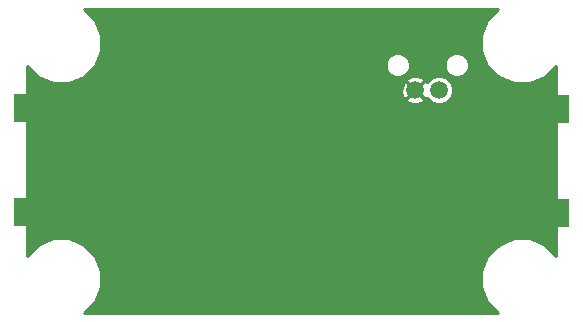
<source format=gbl>
G04 #@! TF.FileFunction,Copper,L2,Bot,Signal*
%FSLAX46Y46*%
G04 Gerber Fmt 4.6, Leading zero omitted, Abs format (unit mm)*
G04 Created by KiCad (PCBNEW 0.201505031001+5637~23~ubuntu14.04.1-product) date Sun 24 May 2015 16:44:14 BST*
%MOMM*%
G01*
G04 APERTURE LIST*
%ADD10C,0.100000*%
%ADD11C,1.500000*%
%ADD12R,5.080000X2.413000*%
%ADD13C,0.300000*%
%ADD14R,1.800000X3.500000*%
%ADD15R,0.900000X1.900000*%
%ADD16C,0.800000*%
%ADD17C,0.500000*%
%ADD18C,0.250000*%
G04 APERTURE END LIST*
D10*
D11*
X149000000Y-81000000D03*
X151000000Y-81000000D03*
D12*
X159460000Y-82628500D03*
X159460000Y-91391500D03*
X117550000Y-91331500D03*
X117550000Y-82568500D03*
D13*
X139000000Y-86700000D03*
X139000000Y-87300000D03*
X139000000Y-86100000D03*
X139000000Y-85500000D03*
X139000000Y-84900000D03*
X139000000Y-84300000D03*
X139000000Y-83700000D03*
X139000000Y-83100000D03*
X139000000Y-82500000D03*
X139500000Y-85500000D03*
X139500000Y-84900000D03*
X139500000Y-84300000D03*
X139500000Y-83700000D03*
X139500000Y-83100000D03*
X138500000Y-83100000D03*
X138500000Y-83700000D03*
X138500000Y-84300000D03*
X138500000Y-84900000D03*
X138500000Y-85500000D03*
X138500000Y-82500000D03*
X139500000Y-82500000D03*
D14*
X139000000Y-84000000D03*
D15*
X139000000Y-86700000D03*
D16*
X140500000Y-83000000D03*
X137500000Y-83000000D03*
X138500000Y-82000000D03*
X155000000Y-82500000D03*
X145000000Y-82500000D03*
X137500000Y-84000000D03*
X140500000Y-84000000D03*
X137500000Y-82000000D03*
X140500000Y-82000000D03*
X139500000Y-82000000D03*
X137500000Y-85000000D03*
X140500000Y-85000000D03*
X118000000Y-90000000D03*
X120000000Y-90000000D03*
X122000000Y-90000000D03*
X124000000Y-90000000D03*
X126000000Y-90000000D03*
X128000000Y-90000000D03*
X130000000Y-90000000D03*
X132000000Y-90000000D03*
X134000000Y-90000000D03*
X136000000Y-90000000D03*
X138000000Y-90000000D03*
X140000000Y-90000000D03*
X142000000Y-90000000D03*
X144000000Y-90000000D03*
X146000000Y-90000000D03*
X148000000Y-90000000D03*
X150000000Y-90000000D03*
X152000000Y-90000000D03*
X154000000Y-90000000D03*
X156000000Y-90000000D03*
X158000000Y-90000000D03*
X160000000Y-90000000D03*
X136000000Y-84000000D03*
X134000000Y-84000000D03*
X132000000Y-84000000D03*
X130000000Y-84000000D03*
X128000000Y-84000000D03*
X126000000Y-84000000D03*
X124000000Y-84000000D03*
X122000000Y-84000000D03*
X120000000Y-84000000D03*
X118000000Y-84000000D03*
X144000000Y-84000000D03*
X146000000Y-84000000D03*
X148000000Y-84000000D03*
X150000000Y-84000000D03*
X152000000Y-84000000D03*
X154000000Y-84000000D03*
X156000000Y-84000000D03*
X158000000Y-84000000D03*
X160000000Y-84000000D03*
X122500000Y-82500000D03*
X127500000Y-82500000D03*
X132500000Y-82500000D03*
X132500000Y-77500000D03*
X127500000Y-77500000D03*
X122500000Y-92500000D03*
X127500000Y-92500000D03*
X132500000Y-92500000D03*
X137500000Y-92500000D03*
X142500000Y-92500000D03*
X147500000Y-92500000D03*
X152500000Y-92500000D03*
X127500000Y-97500000D03*
X132500000Y-97500000D03*
X137500000Y-97500000D03*
X142500000Y-97500000D03*
X147500000Y-97500000D03*
X152500000Y-97500000D03*
X137500000Y-77500000D03*
X154000000Y-77500000D03*
D17*
X118000000Y-90000000D02*
X120000000Y-90000000D01*
X122000000Y-90000000D02*
X124000000Y-90000000D01*
X126000000Y-90000000D02*
X128000000Y-90000000D01*
X130000000Y-90000000D02*
X132000000Y-90000000D01*
X134000000Y-90000000D02*
X136000000Y-90000000D01*
X138000000Y-90000000D02*
X140000000Y-90000000D01*
X142000000Y-90000000D02*
X144000000Y-90000000D01*
X146000000Y-90000000D02*
X148000000Y-90000000D01*
X150000000Y-90000000D02*
X152000000Y-90000000D01*
X154000000Y-90000000D02*
X156000000Y-90000000D01*
X158000000Y-90000000D02*
X160000000Y-90000000D01*
X134000000Y-84000000D02*
X136000000Y-84000000D01*
X130000000Y-84000000D02*
X132000000Y-84000000D01*
X126000000Y-84000000D02*
X128000000Y-84000000D01*
X122000000Y-84000000D02*
X124000000Y-84000000D01*
X118000000Y-84000000D02*
X120000000Y-84000000D01*
X148000000Y-84000000D02*
X146000000Y-84000000D01*
X152000000Y-84000000D02*
X150000000Y-84000000D01*
X156000000Y-84000000D02*
X154000000Y-84000000D01*
X160000000Y-84000000D02*
X158000000Y-84000000D01*
X122500000Y-82500000D02*
X127500000Y-82500000D01*
X132500000Y-82500000D02*
X132500000Y-77500000D01*
X122500000Y-92500000D02*
X127500000Y-92500000D01*
X132500000Y-92500000D02*
X137500000Y-92500000D01*
X142500000Y-92500000D02*
X147500000Y-92500000D01*
X152500000Y-92500000D02*
X153608500Y-91391500D01*
X153608500Y-91391500D02*
X159460000Y-91391500D01*
X127500000Y-97500000D02*
X132500000Y-97500000D01*
X137500000Y-97500000D02*
X142500000Y-97500000D01*
X147500000Y-97500000D02*
X152500000Y-97500000D01*
D18*
G36*
X160875000Y-95032108D02*
X159942640Y-94098119D01*
X158684264Y-93575596D01*
X157321714Y-93574407D01*
X156062428Y-94094733D01*
X155098119Y-95057360D01*
X154575596Y-96315736D01*
X154574407Y-97678286D01*
X155094733Y-98937572D01*
X156030525Y-99875000D01*
X153525178Y-99875000D01*
X153525178Y-78697009D01*
X153369459Y-78320143D01*
X153081374Y-78031554D01*
X152704780Y-77875178D01*
X152297009Y-77874822D01*
X151920143Y-78030541D01*
X151631554Y-78318626D01*
X151475178Y-78695220D01*
X151474822Y-79102991D01*
X151630541Y-79479857D01*
X151918626Y-79768446D01*
X152295220Y-79924822D01*
X152702991Y-79925178D01*
X153079857Y-79769459D01*
X153368446Y-79481374D01*
X153524822Y-79104780D01*
X153525178Y-78697009D01*
X153525178Y-99875000D01*
X152175204Y-99875000D01*
X152175204Y-80767303D01*
X151996698Y-80335285D01*
X151666453Y-80004464D01*
X151234747Y-79825204D01*
X150767303Y-79824796D01*
X150335285Y-80003302D01*
X150004464Y-80333547D01*
X150000948Y-80342012D01*
X149983702Y-80316200D01*
X149789473Y-80245882D01*
X149754118Y-80281237D01*
X149754118Y-80210527D01*
X149683800Y-80016298D01*
X149255302Y-79829499D01*
X148787937Y-79820898D01*
X148525178Y-79924114D01*
X148525178Y-78697009D01*
X148369459Y-78320143D01*
X148081374Y-78031554D01*
X147704780Y-77875178D01*
X147297009Y-77874822D01*
X146920143Y-78030541D01*
X146631554Y-78318626D01*
X146475178Y-78695220D01*
X146474822Y-79102991D01*
X146630541Y-79479857D01*
X146918626Y-79768446D01*
X147295220Y-79924822D01*
X147702991Y-79925178D01*
X148079857Y-79769459D01*
X148368446Y-79481374D01*
X148524822Y-79104780D01*
X148525178Y-78697009D01*
X148525178Y-79924114D01*
X148352857Y-79991805D01*
X148316200Y-80016298D01*
X148245882Y-80210527D01*
X149000000Y-80964645D01*
X149754118Y-80210527D01*
X149754118Y-80281237D01*
X149035355Y-81000000D01*
X149789473Y-81754118D01*
X149983702Y-81683800D01*
X149997813Y-81651430D01*
X150003302Y-81664715D01*
X150333547Y-81995536D01*
X150765253Y-82174796D01*
X151232697Y-82175204D01*
X151664715Y-81996698D01*
X151995536Y-81666453D01*
X152174796Y-81234747D01*
X152175204Y-80767303D01*
X152175204Y-99875000D01*
X149754118Y-99875000D01*
X149754118Y-81789473D01*
X149000000Y-81035355D01*
X148964645Y-81070710D01*
X148964645Y-81000000D01*
X148210527Y-80245882D01*
X148016298Y-80316200D01*
X147829499Y-80744698D01*
X147820898Y-81212063D01*
X147991805Y-81647143D01*
X148016298Y-81683800D01*
X148210527Y-81754118D01*
X148964645Y-81000000D01*
X148964645Y-81070710D01*
X148245882Y-81789473D01*
X148316200Y-81983702D01*
X148744698Y-82170501D01*
X149212063Y-82179102D01*
X149647143Y-82008195D01*
X149683800Y-81983702D01*
X149754118Y-81789473D01*
X149754118Y-99875000D01*
X120967891Y-99875000D01*
X121901881Y-98942640D01*
X122424404Y-97684264D01*
X122425593Y-96321714D01*
X121905267Y-95062428D01*
X120942640Y-94098119D01*
X119684264Y-93575596D01*
X118321714Y-93574407D01*
X117062428Y-94094733D01*
X116125000Y-95030525D01*
X116125000Y-78967891D01*
X117057360Y-79901881D01*
X118315736Y-80424404D01*
X119678286Y-80425593D01*
X120937572Y-79905267D01*
X121901881Y-78942640D01*
X122424404Y-77684264D01*
X122425593Y-76321714D01*
X121905267Y-75062428D01*
X120969474Y-74125000D01*
X156032108Y-74125000D01*
X155098119Y-75057360D01*
X154575596Y-76315736D01*
X154574407Y-77678286D01*
X155094733Y-78937572D01*
X156057360Y-79901881D01*
X157315736Y-80424404D01*
X158678286Y-80425593D01*
X159937572Y-79905267D01*
X160875000Y-78969474D01*
X160875000Y-95032108D01*
X160875000Y-95032108D01*
G37*
X160875000Y-95032108D02*
X159942640Y-94098119D01*
X158684264Y-93575596D01*
X157321714Y-93574407D01*
X156062428Y-94094733D01*
X155098119Y-95057360D01*
X154575596Y-96315736D01*
X154574407Y-97678286D01*
X155094733Y-98937572D01*
X156030525Y-99875000D01*
X153525178Y-99875000D01*
X153525178Y-78697009D01*
X153369459Y-78320143D01*
X153081374Y-78031554D01*
X152704780Y-77875178D01*
X152297009Y-77874822D01*
X151920143Y-78030541D01*
X151631554Y-78318626D01*
X151475178Y-78695220D01*
X151474822Y-79102991D01*
X151630541Y-79479857D01*
X151918626Y-79768446D01*
X152295220Y-79924822D01*
X152702991Y-79925178D01*
X153079857Y-79769459D01*
X153368446Y-79481374D01*
X153524822Y-79104780D01*
X153525178Y-78697009D01*
X153525178Y-99875000D01*
X152175204Y-99875000D01*
X152175204Y-80767303D01*
X151996698Y-80335285D01*
X151666453Y-80004464D01*
X151234747Y-79825204D01*
X150767303Y-79824796D01*
X150335285Y-80003302D01*
X150004464Y-80333547D01*
X150000948Y-80342012D01*
X149983702Y-80316200D01*
X149789473Y-80245882D01*
X149754118Y-80281237D01*
X149754118Y-80210527D01*
X149683800Y-80016298D01*
X149255302Y-79829499D01*
X148787937Y-79820898D01*
X148525178Y-79924114D01*
X148525178Y-78697009D01*
X148369459Y-78320143D01*
X148081374Y-78031554D01*
X147704780Y-77875178D01*
X147297009Y-77874822D01*
X146920143Y-78030541D01*
X146631554Y-78318626D01*
X146475178Y-78695220D01*
X146474822Y-79102991D01*
X146630541Y-79479857D01*
X146918626Y-79768446D01*
X147295220Y-79924822D01*
X147702991Y-79925178D01*
X148079857Y-79769459D01*
X148368446Y-79481374D01*
X148524822Y-79104780D01*
X148525178Y-78697009D01*
X148525178Y-79924114D01*
X148352857Y-79991805D01*
X148316200Y-80016298D01*
X148245882Y-80210527D01*
X149000000Y-80964645D01*
X149754118Y-80210527D01*
X149754118Y-80281237D01*
X149035355Y-81000000D01*
X149789473Y-81754118D01*
X149983702Y-81683800D01*
X149997813Y-81651430D01*
X150003302Y-81664715D01*
X150333547Y-81995536D01*
X150765253Y-82174796D01*
X151232697Y-82175204D01*
X151664715Y-81996698D01*
X151995536Y-81666453D01*
X152174796Y-81234747D01*
X152175204Y-80767303D01*
X152175204Y-99875000D01*
X149754118Y-99875000D01*
X149754118Y-81789473D01*
X149000000Y-81035355D01*
X148964645Y-81070710D01*
X148964645Y-81000000D01*
X148210527Y-80245882D01*
X148016298Y-80316200D01*
X147829499Y-80744698D01*
X147820898Y-81212063D01*
X147991805Y-81647143D01*
X148016298Y-81683800D01*
X148210527Y-81754118D01*
X148964645Y-81000000D01*
X148964645Y-81070710D01*
X148245882Y-81789473D01*
X148316200Y-81983702D01*
X148744698Y-82170501D01*
X149212063Y-82179102D01*
X149647143Y-82008195D01*
X149683800Y-81983702D01*
X149754118Y-81789473D01*
X149754118Y-99875000D01*
X120967891Y-99875000D01*
X121901881Y-98942640D01*
X122424404Y-97684264D01*
X122425593Y-96321714D01*
X121905267Y-95062428D01*
X120942640Y-94098119D01*
X119684264Y-93575596D01*
X118321714Y-93574407D01*
X117062428Y-94094733D01*
X116125000Y-95030525D01*
X116125000Y-78967891D01*
X117057360Y-79901881D01*
X118315736Y-80424404D01*
X119678286Y-80425593D01*
X120937572Y-79905267D01*
X121901881Y-78942640D01*
X122424404Y-77684264D01*
X122425593Y-76321714D01*
X121905267Y-75062428D01*
X120969474Y-74125000D01*
X156032108Y-74125000D01*
X155098119Y-75057360D01*
X154575596Y-76315736D01*
X154574407Y-77678286D01*
X155094733Y-78937572D01*
X156057360Y-79901881D01*
X157315736Y-80424404D01*
X158678286Y-80425593D01*
X159937572Y-79905267D01*
X160875000Y-78969474D01*
X160875000Y-95032108D01*
M02*

</source>
